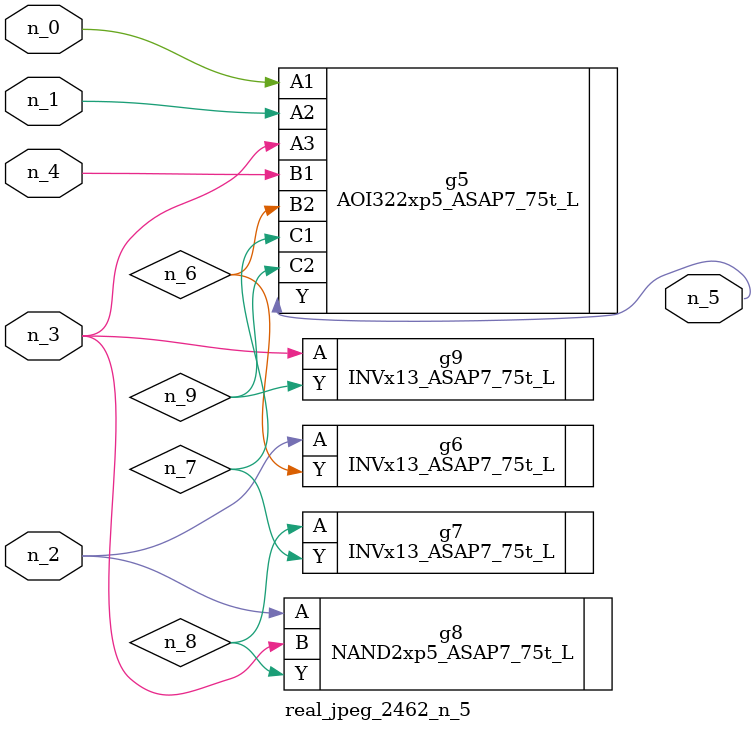
<source format=v>
module real_jpeg_2462_n_5 (n_4, n_0, n_1, n_2, n_3, n_5);

input n_4;
input n_0;
input n_1;
input n_2;
input n_3;

output n_5;

wire n_8;
wire n_6;
wire n_7;
wire n_9;

AOI322xp5_ASAP7_75t_L g5 ( 
.A1(n_0),
.A2(n_1),
.A3(n_3),
.B1(n_4),
.B2(n_6),
.C1(n_7),
.C2(n_9),
.Y(n_5)
);

INVx13_ASAP7_75t_L g6 ( 
.A(n_2),
.Y(n_6)
);

NAND2xp5_ASAP7_75t_L g8 ( 
.A(n_2),
.B(n_3),
.Y(n_8)
);

INVx13_ASAP7_75t_L g9 ( 
.A(n_3),
.Y(n_9)
);

INVx13_ASAP7_75t_L g7 ( 
.A(n_8),
.Y(n_7)
);


endmodule
</source>
